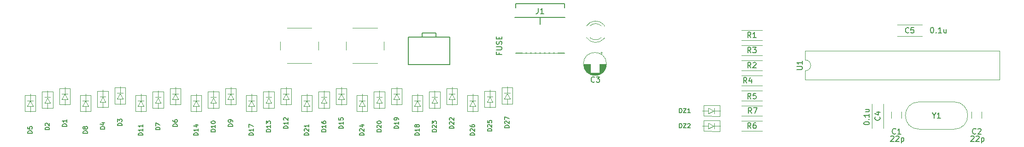
<source format=gto>
G04 #@! TF.GenerationSoftware,KiCad,Pcbnew,(5.1.5)-3*
G04 #@! TF.CreationDate,2020-10-14T15:49:48-05:00*
G04 #@! TF.ProjectId,masochist,6d61736f-6368-4697-9374-2e6b69636164,rev?*
G04 #@! TF.SameCoordinates,Original*
G04 #@! TF.FileFunction,Legend,Top*
G04 #@! TF.FilePolarity,Positive*
%FSLAX46Y46*%
G04 Gerber Fmt 4.6, Leading zero omitted, Abs format (unit mm)*
G04 Created by KiCad (PCBNEW (5.1.5)-3) date 2020-10-14 15:49:48*
%MOMM*%
%LPD*%
G04 APERTURE LIST*
%ADD10C,0.120000*%
%ADD11C,0.200000*%
%ADD12C,0.203200*%
%ADD13C,0.150000*%
%ADD14C,4.502000*%
%ADD15C,1.602000*%
%ADD16O,1.702000X1.702000*%
%ADD17R,1.702000X1.702000*%
%ADD18C,2.302000*%
%ADD19C,4.102000*%
%ADD20C,1.802000*%
%ADD21C,4.089800*%
%ADD22C,1.852000*%
%ADD23C,3.150000*%
%ADD24C,2.102000*%
%ADD25C,1.502000*%
%ADD26O,1.502000X1.502000*%
%ADD27C,1.902000*%
%ADD28R,1.902000X1.902000*%
%ADD29R,1.802000X1.802000*%
%ADD30O,0.752000X1.102000*%
%ADD31O,1.002000X2.502000*%
%ADD32O,1.002000X1.802000*%
%ADD33C,1.702000*%
%ADD34R,1.302000X1.302000*%
%ADD35C,1.302000*%
G04 APERTURE END LIST*
D10*
X233174000Y-47386000D02*
X239574000Y-47386000D01*
X233174000Y-52436000D02*
X239574000Y-52436000D01*
X233174000Y-52436000D02*
G75*
G02X233174000Y-47386000I0J2525000D01*
G01*
X239574000Y-52436000D02*
G75*
G03X239574000Y-47386000I0J2525000D01*
G01*
X212252250Y-37990000D02*
X212252250Y-39640000D01*
X247932250Y-37990000D02*
X212252250Y-37990000D01*
X247932250Y-43290000D02*
X247932250Y-37990000D01*
X212252250Y-43290000D02*
X247932250Y-43290000D01*
X212252250Y-41640000D02*
X212252250Y-43290000D01*
X212252250Y-39640000D02*
G75*
G02X212252250Y-41640000I0J-1000000D01*
G01*
X127870000Y-36243000D02*
X127870000Y-37743000D01*
X129120000Y-40243000D02*
X133620000Y-40243000D01*
X134870000Y-37743000D02*
X134870000Y-36243000D01*
X133620000Y-33743000D02*
X129120000Y-33743000D01*
X115805000Y-36243000D02*
X115805000Y-37743000D01*
X117055000Y-40243000D02*
X121555000Y-40243000D01*
X122805000Y-37743000D02*
X122805000Y-36243000D01*
X121555000Y-33743000D02*
X117055000Y-33743000D01*
X204358000Y-49942000D02*
X200518000Y-49942000D01*
X204358000Y-48102000D02*
X200518000Y-48102000D01*
X204358000Y-50896000D02*
X200518000Y-50896000D01*
X204358000Y-52736000D02*
X200518000Y-52736000D01*
X200518000Y-47148000D02*
X204358000Y-47148000D01*
X200518000Y-45308000D02*
X204358000Y-45308000D01*
X200518000Y-44354000D02*
X204358000Y-44354000D01*
X200518000Y-42514000D02*
X204358000Y-42514000D01*
X204358000Y-36926000D02*
X200518000Y-36926000D01*
X204358000Y-38766000D02*
X200518000Y-38766000D01*
X204358000Y-39720000D02*
X200518000Y-39720000D01*
X204358000Y-41560000D02*
X200518000Y-41560000D01*
X200518000Y-35972000D02*
X204358000Y-35972000D01*
X200518000Y-34132000D02*
X204358000Y-34132000D01*
X175296000Y-33337000D02*
X175296000Y-33181000D01*
X175296000Y-35653000D02*
X175296000Y-35497000D01*
X172694870Y-33337163D02*
G75*
G02X174776961Y-33337000I1041130J-1079837D01*
G01*
X172694870Y-35496837D02*
G75*
G03X174776961Y-35497000I1041130J1079837D01*
G01*
X172063665Y-33338392D02*
G75*
G02X175296000Y-33181484I1672335J-1078608D01*
G01*
X172063665Y-35495608D02*
G75*
G03X175296000Y-35652516I1672335J1078608D01*
G01*
D11*
X144379000Y-35423000D02*
X144379000Y-34623000D01*
X144379000Y-34623000D02*
X141829000Y-34623000D01*
X141829000Y-34623000D02*
X141829000Y-35423000D01*
D12*
X139319000Y-35433000D02*
X146939000Y-35433000D01*
X146939000Y-40513000D02*
X139319000Y-40513000D01*
X139319000Y-40513000D02*
X139319000Y-35433000D01*
X146939000Y-35433000D02*
X146939000Y-40513000D01*
D13*
X168137500Y-31750000D02*
X158887500Y-31750000D01*
X167987500Y-38410000D02*
X159037500Y-38410000D01*
X159032500Y-30000000D02*
X159037500Y-29240000D01*
X167987500Y-29240000D02*
X159037500Y-29240000D01*
X167987500Y-29240000D02*
X167992500Y-30000000D01*
X163512500Y-31750000D02*
X163512500Y-33020000D01*
D10*
X196542000Y-50816000D02*
X193572000Y-50816000D01*
X196552000Y-52816000D02*
X193562000Y-52806000D01*
X193562000Y-50816000D02*
X193562000Y-52806000D01*
X193352000Y-51826000D02*
X194472000Y-51826000D01*
X196812000Y-51826000D02*
X195532000Y-51826000D01*
X196552000Y-50816000D02*
X196552000Y-52816000D01*
X195422000Y-51826000D02*
X194472000Y-52366000D01*
X195412000Y-51816000D02*
X194502000Y-51286000D01*
X194472000Y-51286000D02*
X194472000Y-52366000D01*
X195522000Y-51286000D02*
X195522000Y-52366000D01*
X196542000Y-48022000D02*
X193572000Y-48022000D01*
X196552000Y-50022000D02*
X193562000Y-50012000D01*
X193562000Y-48022000D02*
X193562000Y-50012000D01*
X193352000Y-49032000D02*
X194472000Y-49032000D01*
X196812000Y-49032000D02*
X195532000Y-49032000D01*
X196552000Y-48022000D02*
X196552000Y-50022000D01*
X195422000Y-49032000D02*
X194472000Y-49572000D01*
X195412000Y-49022000D02*
X194502000Y-48492000D01*
X194472000Y-48492000D02*
X194472000Y-49572000D01*
X195522000Y-48492000D02*
X195522000Y-49572000D01*
X156480000Y-44758000D02*
X156480000Y-47728000D01*
X158480000Y-44748000D02*
X158470000Y-47738000D01*
X156480000Y-47738000D02*
X158470000Y-47738000D01*
X157490000Y-47948000D02*
X157490000Y-46828000D01*
X157490000Y-44488000D02*
X157490000Y-45768000D01*
X156480000Y-44748000D02*
X158480000Y-44748000D01*
X157490000Y-45878000D02*
X158030000Y-46828000D01*
X157480000Y-45888000D02*
X156950000Y-46798000D01*
X156950000Y-46828000D02*
X158030000Y-46828000D01*
X156950000Y-45778000D02*
X158030000Y-45778000D01*
X150130000Y-46155000D02*
X150130000Y-49125000D01*
X152130000Y-46145000D02*
X152120000Y-49135000D01*
X150130000Y-49135000D02*
X152120000Y-49135000D01*
X151140000Y-49345000D02*
X151140000Y-48225000D01*
X151140000Y-45885000D02*
X151140000Y-47165000D01*
X150130000Y-46145000D02*
X152130000Y-46145000D01*
X151140000Y-47275000D02*
X151680000Y-48225000D01*
X151130000Y-47285000D02*
X150600000Y-48195000D01*
X150600000Y-48225000D02*
X151680000Y-48225000D01*
X150600000Y-47175000D02*
X151680000Y-47175000D01*
X153305000Y-45393000D02*
X153305000Y-48363000D01*
X155305000Y-45383000D02*
X155295000Y-48373000D01*
X153305000Y-48373000D02*
X155295000Y-48373000D01*
X154315000Y-48583000D02*
X154315000Y-47463000D01*
X154315000Y-45123000D02*
X154315000Y-46403000D01*
X153305000Y-45383000D02*
X155305000Y-45383000D01*
X154315000Y-46513000D02*
X154855000Y-47463000D01*
X154305000Y-46523000D02*
X153775000Y-47433000D01*
X153775000Y-47463000D02*
X154855000Y-47463000D01*
X153775000Y-46413000D02*
X154855000Y-46413000D01*
X129810000Y-46155000D02*
X129810000Y-49125000D01*
X131810000Y-46145000D02*
X131800000Y-49135000D01*
X129810000Y-49135000D02*
X131800000Y-49135000D01*
X130820000Y-49345000D02*
X130820000Y-48225000D01*
X130820000Y-45885000D02*
X130820000Y-47165000D01*
X129810000Y-46145000D02*
X131810000Y-46145000D01*
X130820000Y-47275000D02*
X131360000Y-48225000D01*
X130810000Y-47285000D02*
X130280000Y-48195000D01*
X130280000Y-48225000D02*
X131360000Y-48225000D01*
X130280000Y-47175000D02*
X131360000Y-47175000D01*
X143145000Y-45520000D02*
X143145000Y-48490000D01*
X145145000Y-45510000D02*
X145135000Y-48500000D01*
X143145000Y-48500000D02*
X145135000Y-48500000D01*
X144155000Y-48710000D02*
X144155000Y-47590000D01*
X144155000Y-45250000D02*
X144155000Y-46530000D01*
X143145000Y-45510000D02*
X145145000Y-45510000D01*
X144155000Y-46640000D02*
X144695000Y-47590000D01*
X144145000Y-46650000D02*
X143615000Y-47560000D01*
X143615000Y-47590000D02*
X144695000Y-47590000D01*
X143615000Y-46540000D02*
X144695000Y-46540000D01*
X146320000Y-44885000D02*
X146320000Y-47855000D01*
X148320000Y-44875000D02*
X148310000Y-47865000D01*
X146320000Y-47865000D02*
X148310000Y-47865000D01*
X147330000Y-48075000D02*
X147330000Y-46955000D01*
X147330000Y-44615000D02*
X147330000Y-45895000D01*
X146320000Y-44875000D02*
X148320000Y-44875000D01*
X147330000Y-46005000D02*
X147870000Y-46955000D01*
X147320000Y-46015000D02*
X146790000Y-46925000D01*
X146790000Y-46955000D02*
X147870000Y-46955000D01*
X146790000Y-45905000D02*
X147870000Y-45905000D01*
X119650000Y-46155000D02*
X119650000Y-49125000D01*
X121650000Y-46145000D02*
X121640000Y-49135000D01*
X119650000Y-49135000D02*
X121640000Y-49135000D01*
X120660000Y-49345000D02*
X120660000Y-48225000D01*
X120660000Y-45885000D02*
X120660000Y-47165000D01*
X119650000Y-46145000D02*
X121650000Y-46145000D01*
X120660000Y-47275000D02*
X121200000Y-48225000D01*
X120650000Y-47285000D02*
X120120000Y-48195000D01*
X120120000Y-48225000D02*
X121200000Y-48225000D01*
X120120000Y-47175000D02*
X121200000Y-47175000D01*
X132985000Y-45520000D02*
X132985000Y-48490000D01*
X134985000Y-45510000D02*
X134975000Y-48500000D01*
X132985000Y-48500000D02*
X134975000Y-48500000D01*
X133995000Y-48710000D02*
X133995000Y-47590000D01*
X133995000Y-45250000D02*
X133995000Y-46530000D01*
X132985000Y-45510000D02*
X134985000Y-45510000D01*
X133995000Y-46640000D02*
X134535000Y-47590000D01*
X133985000Y-46650000D02*
X133455000Y-47560000D01*
X133455000Y-47590000D02*
X134535000Y-47590000D01*
X133455000Y-46540000D02*
X134535000Y-46540000D01*
X136160000Y-44885000D02*
X136160000Y-47855000D01*
X138160000Y-44875000D02*
X138150000Y-47865000D01*
X136160000Y-47865000D02*
X138150000Y-47865000D01*
X137170000Y-48075000D02*
X137170000Y-46955000D01*
X137170000Y-44615000D02*
X137170000Y-45895000D01*
X136160000Y-44875000D02*
X138160000Y-44875000D01*
X137170000Y-46005000D02*
X137710000Y-46955000D01*
X137160000Y-46015000D02*
X136630000Y-46925000D01*
X136630000Y-46955000D02*
X137710000Y-46955000D01*
X136630000Y-45905000D02*
X137710000Y-45905000D01*
X139970000Y-46155000D02*
X139970000Y-49125000D01*
X141970000Y-46145000D02*
X141960000Y-49135000D01*
X139970000Y-49135000D02*
X141960000Y-49135000D01*
X140980000Y-49345000D02*
X140980000Y-48225000D01*
X140980000Y-45885000D02*
X140980000Y-47165000D01*
X139970000Y-46145000D02*
X141970000Y-46145000D01*
X140980000Y-47275000D02*
X141520000Y-48225000D01*
X140970000Y-47285000D02*
X140440000Y-48195000D01*
X140440000Y-48225000D02*
X141520000Y-48225000D01*
X140440000Y-47175000D02*
X141520000Y-47175000D01*
X109490000Y-46155000D02*
X109490000Y-49125000D01*
X111490000Y-46145000D02*
X111480000Y-49135000D01*
X109490000Y-49135000D02*
X111480000Y-49135000D01*
X110500000Y-49345000D02*
X110500000Y-48225000D01*
X110500000Y-45885000D02*
X110500000Y-47165000D01*
X109490000Y-46145000D02*
X111490000Y-46145000D01*
X110500000Y-47275000D02*
X111040000Y-48225000D01*
X110490000Y-47285000D02*
X109960000Y-48195000D01*
X109960000Y-48225000D02*
X111040000Y-48225000D01*
X109960000Y-47175000D02*
X111040000Y-47175000D01*
X122825000Y-45520000D02*
X122825000Y-48490000D01*
X124825000Y-45510000D02*
X124815000Y-48500000D01*
X122825000Y-48500000D02*
X124815000Y-48500000D01*
X123835000Y-48710000D02*
X123835000Y-47590000D01*
X123835000Y-45250000D02*
X123835000Y-46530000D01*
X122825000Y-45510000D02*
X124825000Y-45510000D01*
X123835000Y-46640000D02*
X124375000Y-47590000D01*
X123825000Y-46650000D02*
X123295000Y-47560000D01*
X123295000Y-47590000D02*
X124375000Y-47590000D01*
X123295000Y-46540000D02*
X124375000Y-46540000D01*
X126000000Y-44885000D02*
X126000000Y-47855000D01*
X128000000Y-44875000D02*
X127990000Y-47865000D01*
X126000000Y-47865000D02*
X127990000Y-47865000D01*
X127010000Y-48075000D02*
X127010000Y-46955000D01*
X127010000Y-44615000D02*
X127010000Y-45895000D01*
X126000000Y-44875000D02*
X128000000Y-44875000D01*
X127010000Y-46005000D02*
X127550000Y-46955000D01*
X127000000Y-46015000D02*
X126470000Y-46925000D01*
X126470000Y-46955000D02*
X127550000Y-46955000D01*
X126470000Y-45905000D02*
X127550000Y-45905000D01*
X99330000Y-46155000D02*
X99330000Y-49125000D01*
X101330000Y-46145000D02*
X101320000Y-49135000D01*
X99330000Y-49135000D02*
X101320000Y-49135000D01*
X100340000Y-49345000D02*
X100340000Y-48225000D01*
X100340000Y-45885000D02*
X100340000Y-47165000D01*
X99330000Y-46145000D02*
X101330000Y-46145000D01*
X100340000Y-47275000D02*
X100880000Y-48225000D01*
X100330000Y-47285000D02*
X99800000Y-48195000D01*
X99800000Y-48225000D02*
X100880000Y-48225000D01*
X99800000Y-47175000D02*
X100880000Y-47175000D01*
X112665000Y-45520000D02*
X112665000Y-48490000D01*
X114665000Y-45510000D02*
X114655000Y-48500000D01*
X112665000Y-48500000D02*
X114655000Y-48500000D01*
X113675000Y-48710000D02*
X113675000Y-47590000D01*
X113675000Y-45250000D02*
X113675000Y-46530000D01*
X112665000Y-45510000D02*
X114665000Y-45510000D01*
X113675000Y-46640000D02*
X114215000Y-47590000D01*
X113665000Y-46650000D02*
X113135000Y-47560000D01*
X113135000Y-47590000D02*
X114215000Y-47590000D01*
X113135000Y-46540000D02*
X114215000Y-46540000D01*
X115840000Y-44885000D02*
X115840000Y-47855000D01*
X117840000Y-44875000D02*
X117830000Y-47865000D01*
X115840000Y-47865000D02*
X117830000Y-47865000D01*
X116850000Y-48075000D02*
X116850000Y-46955000D01*
X116850000Y-44615000D02*
X116850000Y-45895000D01*
X115840000Y-44875000D02*
X117840000Y-44875000D01*
X116850000Y-46005000D02*
X117390000Y-46955000D01*
X116840000Y-46015000D02*
X116310000Y-46925000D01*
X116310000Y-46955000D02*
X117390000Y-46955000D01*
X116310000Y-45905000D02*
X117390000Y-45905000D01*
X89640000Y-47175000D02*
X90720000Y-47175000D01*
X89640000Y-48225000D02*
X90720000Y-48225000D01*
X90170000Y-47285000D02*
X89640000Y-48195000D01*
X90180000Y-47275000D02*
X90720000Y-48225000D01*
X89170000Y-46145000D02*
X91170000Y-46145000D01*
X90180000Y-45885000D02*
X90180000Y-47165000D01*
X90180000Y-49345000D02*
X90180000Y-48225000D01*
X89170000Y-49135000D02*
X91160000Y-49135000D01*
X91170000Y-46145000D02*
X91160000Y-49135000D01*
X89170000Y-46155000D02*
X89170000Y-49125000D01*
X102505000Y-45520000D02*
X102505000Y-48490000D01*
X104505000Y-45510000D02*
X104495000Y-48500000D01*
X102505000Y-48500000D02*
X104495000Y-48500000D01*
X103515000Y-48710000D02*
X103515000Y-47590000D01*
X103515000Y-45250000D02*
X103515000Y-46530000D01*
X102505000Y-45510000D02*
X104505000Y-45510000D01*
X103515000Y-46640000D02*
X104055000Y-47590000D01*
X103505000Y-46650000D02*
X102975000Y-47560000D01*
X102975000Y-47590000D02*
X104055000Y-47590000D01*
X102975000Y-46540000D02*
X104055000Y-46540000D01*
X105680000Y-44885000D02*
X105680000Y-47855000D01*
X107680000Y-44875000D02*
X107670000Y-47865000D01*
X105680000Y-47865000D02*
X107670000Y-47865000D01*
X106690000Y-48075000D02*
X106690000Y-46955000D01*
X106690000Y-44615000D02*
X106690000Y-45895000D01*
X105680000Y-44875000D02*
X107680000Y-44875000D01*
X106690000Y-46005000D02*
X107230000Y-46955000D01*
X106680000Y-46015000D02*
X106150000Y-46925000D01*
X106150000Y-46955000D02*
X107230000Y-46955000D01*
X106150000Y-45905000D02*
X107230000Y-45905000D01*
X79010000Y-46155000D02*
X79010000Y-49125000D01*
X81010000Y-46145000D02*
X81000000Y-49135000D01*
X79010000Y-49135000D02*
X81000000Y-49135000D01*
X80020000Y-49345000D02*
X80020000Y-48225000D01*
X80020000Y-45885000D02*
X80020000Y-47165000D01*
X79010000Y-46145000D02*
X81010000Y-46145000D01*
X80020000Y-47275000D02*
X80560000Y-48225000D01*
X80010000Y-47285000D02*
X79480000Y-48195000D01*
X79480000Y-48225000D02*
X80560000Y-48225000D01*
X79480000Y-47175000D02*
X80560000Y-47175000D01*
X92815000Y-46540000D02*
X93895000Y-46540000D01*
X92815000Y-47590000D02*
X93895000Y-47590000D01*
X93345000Y-46650000D02*
X92815000Y-47560000D01*
X93355000Y-46640000D02*
X93895000Y-47590000D01*
X92345000Y-45510000D02*
X94345000Y-45510000D01*
X93355000Y-45250000D02*
X93355000Y-46530000D01*
X93355000Y-48710000D02*
X93355000Y-47590000D01*
X92345000Y-48500000D02*
X94335000Y-48500000D01*
X94345000Y-45510000D02*
X94335000Y-48500000D01*
X92345000Y-45520000D02*
X92345000Y-48490000D01*
X95990000Y-45905000D02*
X97070000Y-45905000D01*
X95990000Y-46955000D02*
X97070000Y-46955000D01*
X96520000Y-46015000D02*
X95990000Y-46925000D01*
X96530000Y-46005000D02*
X97070000Y-46955000D01*
X95520000Y-44875000D02*
X97520000Y-44875000D01*
X96530000Y-44615000D02*
X96530000Y-45895000D01*
X96530000Y-48075000D02*
X96530000Y-46955000D01*
X95520000Y-47865000D02*
X97510000Y-47865000D01*
X97520000Y-44875000D02*
X97510000Y-47865000D01*
X95520000Y-44885000D02*
X95520000Y-47855000D01*
X68850000Y-46155000D02*
X68850000Y-49125000D01*
X70850000Y-46145000D02*
X70840000Y-49135000D01*
X68850000Y-49135000D02*
X70840000Y-49135000D01*
X69860000Y-49345000D02*
X69860000Y-48225000D01*
X69860000Y-45885000D02*
X69860000Y-47165000D01*
X68850000Y-46145000D02*
X70850000Y-46145000D01*
X69860000Y-47275000D02*
X70400000Y-48225000D01*
X69850000Y-47285000D02*
X69320000Y-48195000D01*
X69320000Y-48225000D02*
X70400000Y-48225000D01*
X69320000Y-47175000D02*
X70400000Y-47175000D01*
X82185000Y-45393000D02*
X82185000Y-48363000D01*
X84185000Y-45383000D02*
X84175000Y-48373000D01*
X82185000Y-48373000D02*
X84175000Y-48373000D01*
X83195000Y-48583000D02*
X83195000Y-47463000D01*
X83195000Y-45123000D02*
X83195000Y-46403000D01*
X82185000Y-45383000D02*
X84185000Y-45383000D01*
X83195000Y-46513000D02*
X83735000Y-47463000D01*
X83185000Y-46523000D02*
X82655000Y-47433000D01*
X82655000Y-47463000D02*
X83735000Y-47463000D01*
X82655000Y-46413000D02*
X83735000Y-46413000D01*
X85360000Y-44758000D02*
X85360000Y-47728000D01*
X87360000Y-44748000D02*
X87350000Y-47738000D01*
X85360000Y-47738000D02*
X87350000Y-47738000D01*
X86370000Y-47948000D02*
X86370000Y-46828000D01*
X86370000Y-44488000D02*
X86370000Y-45768000D01*
X85360000Y-44748000D02*
X87360000Y-44748000D01*
X86370000Y-45878000D02*
X86910000Y-46828000D01*
X86360000Y-45888000D02*
X85830000Y-46798000D01*
X85830000Y-46828000D02*
X86910000Y-46828000D01*
X85830000Y-45778000D02*
X86910000Y-45778000D01*
X72025000Y-45520000D02*
X72025000Y-48490000D01*
X74025000Y-45510000D02*
X74015000Y-48500000D01*
X72025000Y-48500000D02*
X74015000Y-48500000D01*
X73035000Y-48710000D02*
X73035000Y-47590000D01*
X73035000Y-45250000D02*
X73035000Y-46530000D01*
X72025000Y-45510000D02*
X74025000Y-45510000D01*
X73035000Y-46640000D02*
X73575000Y-47590000D01*
X73025000Y-46650000D02*
X72495000Y-47560000D01*
X72495000Y-47590000D02*
X73575000Y-47590000D01*
X72495000Y-46540000D02*
X73575000Y-46540000D01*
X75200000Y-44885000D02*
X75200000Y-47855000D01*
X77200000Y-44875000D02*
X77190000Y-47865000D01*
X75200000Y-47865000D02*
X77190000Y-47865000D01*
X76210000Y-48075000D02*
X76210000Y-46955000D01*
X76210000Y-44615000D02*
X76210000Y-45895000D01*
X75200000Y-44875000D02*
X77200000Y-44875000D01*
X76210000Y-46005000D02*
X76750000Y-46955000D01*
X76200000Y-46015000D02*
X75670000Y-46925000D01*
X75670000Y-46955000D02*
X76750000Y-46955000D01*
X75670000Y-45905000D02*
X76750000Y-45905000D01*
X229164000Y-33108000D02*
X229164000Y-33093000D01*
X229164000Y-35233000D02*
X229164000Y-35218000D01*
X233704000Y-33108000D02*
X233704000Y-33093000D01*
X233704000Y-35233000D02*
X233704000Y-35218000D01*
X233704000Y-33093000D02*
X229164000Y-33093000D01*
X233704000Y-35233000D02*
X229164000Y-35233000D01*
X224497000Y-52268000D02*
X224482000Y-52268000D01*
X226622000Y-52268000D02*
X226607000Y-52268000D01*
X224497000Y-47728000D02*
X224482000Y-47728000D01*
X226622000Y-47728000D02*
X226607000Y-47728000D01*
X224482000Y-47728000D02*
X224482000Y-52268000D01*
X226622000Y-47728000D02*
X226622000Y-52268000D01*
X175729000Y-40374000D02*
G75*
G03X175729000Y-40374000I-2120000J0D01*
G01*
X172769000Y-40374000D02*
X171529000Y-40374000D01*
X175689000Y-40374000D02*
X174449000Y-40374000D01*
X172769000Y-40414000D02*
X171529000Y-40414000D01*
X175689000Y-40414000D02*
X174449000Y-40414000D01*
X172769000Y-40454000D02*
X171530000Y-40454000D01*
X175688000Y-40454000D02*
X174449000Y-40454000D01*
X175686000Y-40494000D02*
X174449000Y-40494000D01*
X172769000Y-40494000D02*
X171532000Y-40494000D01*
X175683000Y-40534000D02*
X174449000Y-40534000D01*
X172769000Y-40534000D02*
X171535000Y-40534000D01*
X175680000Y-40574000D02*
X174449000Y-40574000D01*
X172769000Y-40574000D02*
X171538000Y-40574000D01*
X175676000Y-40614000D02*
X174449000Y-40614000D01*
X172769000Y-40614000D02*
X171542000Y-40614000D01*
X175671000Y-40654000D02*
X174449000Y-40654000D01*
X172769000Y-40654000D02*
X171547000Y-40654000D01*
X175665000Y-40694000D02*
X174449000Y-40694000D01*
X172769000Y-40694000D02*
X171553000Y-40694000D01*
X175659000Y-40734000D02*
X174449000Y-40734000D01*
X172769000Y-40734000D02*
X171559000Y-40734000D01*
X175651000Y-40774000D02*
X174449000Y-40774000D01*
X172769000Y-40774000D02*
X171567000Y-40774000D01*
X175643000Y-40814000D02*
X174449000Y-40814000D01*
X172769000Y-40814000D02*
X171575000Y-40814000D01*
X175634000Y-40854000D02*
X174449000Y-40854000D01*
X172769000Y-40854000D02*
X171584000Y-40854000D01*
X175625000Y-40894000D02*
X174449000Y-40894000D01*
X172769000Y-40894000D02*
X171593000Y-40894000D01*
X175614000Y-40934000D02*
X174449000Y-40934000D01*
X172769000Y-40934000D02*
X171604000Y-40934000D01*
X175603000Y-40974000D02*
X174449000Y-40974000D01*
X172769000Y-40974000D02*
X171615000Y-40974000D01*
X175591000Y-41014000D02*
X174449000Y-41014000D01*
X172769000Y-41014000D02*
X171627000Y-41014000D01*
X175577000Y-41054000D02*
X174449000Y-41054000D01*
X172769000Y-41054000D02*
X171641000Y-41054000D01*
X175563000Y-41095000D02*
X174449000Y-41095000D01*
X172769000Y-41095000D02*
X171655000Y-41095000D01*
X175549000Y-41135000D02*
X174449000Y-41135000D01*
X172769000Y-41135000D02*
X171669000Y-41135000D01*
X175533000Y-41175000D02*
X174449000Y-41175000D01*
X172769000Y-41175000D02*
X171685000Y-41175000D01*
X175516000Y-41215000D02*
X174449000Y-41215000D01*
X172769000Y-41215000D02*
X171702000Y-41215000D01*
X175498000Y-41255000D02*
X174449000Y-41255000D01*
X172769000Y-41255000D02*
X171720000Y-41255000D01*
X175479000Y-41295000D02*
X174449000Y-41295000D01*
X172769000Y-41295000D02*
X171739000Y-41295000D01*
X175460000Y-41335000D02*
X174449000Y-41335000D01*
X172769000Y-41335000D02*
X171758000Y-41335000D01*
X175439000Y-41375000D02*
X174449000Y-41375000D01*
X172769000Y-41375000D02*
X171779000Y-41375000D01*
X175417000Y-41415000D02*
X174449000Y-41415000D01*
X172769000Y-41415000D02*
X171801000Y-41415000D01*
X175394000Y-41455000D02*
X174449000Y-41455000D01*
X172769000Y-41455000D02*
X171824000Y-41455000D01*
X175369000Y-41495000D02*
X174449000Y-41495000D01*
X172769000Y-41495000D02*
X171849000Y-41495000D01*
X175344000Y-41535000D02*
X174449000Y-41535000D01*
X172769000Y-41535000D02*
X171874000Y-41535000D01*
X175317000Y-41575000D02*
X174449000Y-41575000D01*
X172769000Y-41575000D02*
X171901000Y-41575000D01*
X175289000Y-41615000D02*
X174449000Y-41615000D01*
X172769000Y-41615000D02*
X171929000Y-41615000D01*
X175259000Y-41655000D02*
X174449000Y-41655000D01*
X172769000Y-41655000D02*
X171959000Y-41655000D01*
X175228000Y-41695000D02*
X174449000Y-41695000D01*
X172769000Y-41695000D02*
X171990000Y-41695000D01*
X175196000Y-41735000D02*
X174449000Y-41735000D01*
X172769000Y-41735000D02*
X172022000Y-41735000D01*
X175161000Y-41775000D02*
X174449000Y-41775000D01*
X172769000Y-41775000D02*
X172057000Y-41775000D01*
X175125000Y-41815000D02*
X174449000Y-41815000D01*
X172769000Y-41815000D02*
X172093000Y-41815000D01*
X175087000Y-41855000D02*
X174449000Y-41855000D01*
X172769000Y-41855000D02*
X172131000Y-41855000D01*
X175047000Y-41895000D02*
X174449000Y-41895000D01*
X172769000Y-41895000D02*
X172171000Y-41895000D01*
X175005000Y-41935000D02*
X174449000Y-41935000D01*
X172769000Y-41935000D02*
X172213000Y-41935000D01*
X174960000Y-41975000D02*
X172258000Y-41975000D01*
X174913000Y-42015000D02*
X172305000Y-42015000D01*
X174863000Y-42055000D02*
X172355000Y-42055000D01*
X174809000Y-42095000D02*
X172409000Y-42095000D01*
X174751000Y-42135000D02*
X172467000Y-42135000D01*
X174689000Y-42175000D02*
X172529000Y-42175000D01*
X174622000Y-42215000D02*
X172596000Y-42215000D01*
X174549000Y-42255000D02*
X172669000Y-42255000D01*
X174468000Y-42295000D02*
X172750000Y-42295000D01*
X174377000Y-42335000D02*
X172841000Y-42335000D01*
X174273000Y-42375000D02*
X172945000Y-42375000D01*
X174146000Y-42415000D02*
X173072000Y-42415000D01*
X173979000Y-42455000D02*
X173239000Y-42455000D01*
X174804000Y-38104199D02*
X174804000Y-38504199D01*
X175004000Y-38304199D02*
X174604000Y-38304199D01*
X244633000Y-50433000D02*
X244633000Y-49175000D01*
X242793000Y-50433000D02*
X242793000Y-49175000D01*
X229901000Y-50433000D02*
X229901000Y-49175000D01*
X228061000Y-50433000D02*
X228061000Y-49175000D01*
D13*
X235897809Y-49906126D02*
X235897809Y-50382316D01*
X235564476Y-49382316D02*
X235897809Y-49906126D01*
X236231142Y-49382316D01*
X237088285Y-50382316D02*
X236516857Y-50382316D01*
X236802571Y-50382316D02*
X236802571Y-49382316D01*
X236707333Y-49525174D01*
X236612095Y-49620412D01*
X236516857Y-49668031D01*
X210704630Y-41401904D02*
X211514154Y-41401904D01*
X211609392Y-41354285D01*
X211657011Y-41306666D01*
X211704630Y-41211428D01*
X211704630Y-41020952D01*
X211657011Y-40925714D01*
X211609392Y-40878095D01*
X211514154Y-40830476D01*
X210704630Y-40830476D01*
X211704630Y-39830476D02*
X211704630Y-40401904D01*
X211704630Y-40116190D02*
X210704630Y-40116190D01*
X210847488Y-40211428D01*
X210942726Y-40306666D01*
X210990345Y-40401904D01*
X202398333Y-49474380D02*
X202065000Y-48998190D01*
X201826904Y-49474380D02*
X201826904Y-48474380D01*
X202207857Y-48474380D01*
X202303095Y-48522000D01*
X202350714Y-48569619D01*
X202398333Y-48664857D01*
X202398333Y-48807714D01*
X202350714Y-48902952D01*
X202303095Y-48950571D01*
X202207857Y-48998190D01*
X201826904Y-48998190D01*
X202731666Y-48474380D02*
X203398333Y-48474380D01*
X202969761Y-49474380D01*
X202271333Y-52268380D02*
X201938000Y-51792190D01*
X201699904Y-52268380D02*
X201699904Y-51268380D01*
X202080857Y-51268380D01*
X202176095Y-51316000D01*
X202223714Y-51363619D01*
X202271333Y-51458857D01*
X202271333Y-51601714D01*
X202223714Y-51696952D01*
X202176095Y-51744571D01*
X202080857Y-51792190D01*
X201699904Y-51792190D01*
X203128476Y-51268380D02*
X202938000Y-51268380D01*
X202842761Y-51316000D01*
X202795142Y-51363619D01*
X202699904Y-51506476D01*
X202652285Y-51696952D01*
X202652285Y-52077904D01*
X202699904Y-52173142D01*
X202747523Y-52220761D01*
X202842761Y-52268380D01*
X203033238Y-52268380D01*
X203128476Y-52220761D01*
X203176095Y-52173142D01*
X203223714Y-52077904D01*
X203223714Y-51839809D01*
X203176095Y-51744571D01*
X203128476Y-51696952D01*
X203033238Y-51649333D01*
X202842761Y-51649333D01*
X202747523Y-51696952D01*
X202699904Y-51744571D01*
X202652285Y-51839809D01*
X202271333Y-46807380D02*
X201938000Y-46331190D01*
X201699904Y-46807380D02*
X201699904Y-45807380D01*
X202080857Y-45807380D01*
X202176095Y-45855000D01*
X202223714Y-45902619D01*
X202271333Y-45997857D01*
X202271333Y-46140714D01*
X202223714Y-46235952D01*
X202176095Y-46283571D01*
X202080857Y-46331190D01*
X201699904Y-46331190D01*
X203176095Y-45807380D02*
X202699904Y-45807380D01*
X202652285Y-46283571D01*
X202699904Y-46235952D01*
X202795142Y-46188333D01*
X203033238Y-46188333D01*
X203128476Y-46235952D01*
X203176095Y-46283571D01*
X203223714Y-46378809D01*
X203223714Y-46616904D01*
X203176095Y-46712142D01*
X203128476Y-46759761D01*
X203033238Y-46807380D01*
X202795142Y-46807380D01*
X202699904Y-46759761D01*
X202652285Y-46712142D01*
X201509333Y-43886380D02*
X201176000Y-43410190D01*
X200937904Y-43886380D02*
X200937904Y-42886380D01*
X201318857Y-42886380D01*
X201414095Y-42934000D01*
X201461714Y-42981619D01*
X201509333Y-43076857D01*
X201509333Y-43219714D01*
X201461714Y-43314952D01*
X201414095Y-43362571D01*
X201318857Y-43410190D01*
X200937904Y-43410190D01*
X202366476Y-43219714D02*
X202366476Y-43886380D01*
X202128380Y-42838761D02*
X201890285Y-43553047D01*
X202509333Y-43553047D01*
X202271333Y-38298380D02*
X201938000Y-37822190D01*
X201699904Y-38298380D02*
X201699904Y-37298380D01*
X202080857Y-37298380D01*
X202176095Y-37346000D01*
X202223714Y-37393619D01*
X202271333Y-37488857D01*
X202271333Y-37631714D01*
X202223714Y-37726952D01*
X202176095Y-37774571D01*
X202080857Y-37822190D01*
X201699904Y-37822190D01*
X202604666Y-37298380D02*
X203223714Y-37298380D01*
X202890380Y-37679333D01*
X203033238Y-37679333D01*
X203128476Y-37726952D01*
X203176095Y-37774571D01*
X203223714Y-37869809D01*
X203223714Y-38107904D01*
X203176095Y-38203142D01*
X203128476Y-38250761D01*
X203033238Y-38298380D01*
X202747523Y-38298380D01*
X202652285Y-38250761D01*
X202604666Y-38203142D01*
X202271333Y-41092380D02*
X201938000Y-40616190D01*
X201699904Y-41092380D02*
X201699904Y-40092380D01*
X202080857Y-40092380D01*
X202176095Y-40140000D01*
X202223714Y-40187619D01*
X202271333Y-40282857D01*
X202271333Y-40425714D01*
X202223714Y-40520952D01*
X202176095Y-40568571D01*
X202080857Y-40616190D01*
X201699904Y-40616190D01*
X202652285Y-40187619D02*
X202699904Y-40140000D01*
X202795142Y-40092380D01*
X203033238Y-40092380D01*
X203128476Y-40140000D01*
X203176095Y-40187619D01*
X203223714Y-40282857D01*
X203223714Y-40378095D01*
X203176095Y-40520952D01*
X202604666Y-41092380D01*
X203223714Y-41092380D01*
X202271333Y-35504380D02*
X201938000Y-35028190D01*
X201699904Y-35504380D02*
X201699904Y-34504380D01*
X202080857Y-34504380D01*
X202176095Y-34552000D01*
X202223714Y-34599619D01*
X202271333Y-34694857D01*
X202271333Y-34837714D01*
X202223714Y-34932952D01*
X202176095Y-34980571D01*
X202080857Y-35028190D01*
X201699904Y-35028190D01*
X203223714Y-35504380D02*
X202652285Y-35504380D01*
X202938000Y-35504380D02*
X202938000Y-34504380D01*
X202842761Y-34647238D01*
X202747523Y-34742476D01*
X202652285Y-34790095D01*
X163196664Y-30065010D02*
X163196664Y-30779296D01*
X163149045Y-30922153D01*
X163053807Y-31017391D01*
X162910950Y-31065010D01*
X162815712Y-31065010D01*
X164196664Y-31065010D02*
X163625236Y-31065010D01*
X163910950Y-31065010D02*
X163910950Y-30065010D01*
X163815712Y-30207868D01*
X163720474Y-30303106D01*
X163625236Y-30350725D01*
X155981571Y-38286523D02*
X155981571Y-38619857D01*
X156505380Y-38619857D02*
X155505380Y-38619857D01*
X155505380Y-38143666D01*
X155505380Y-37762714D02*
X156314904Y-37762714D01*
X156410142Y-37715095D01*
X156457761Y-37667476D01*
X156505380Y-37572238D01*
X156505380Y-37381761D01*
X156457761Y-37286523D01*
X156410142Y-37238904D01*
X156314904Y-37191285D01*
X155505380Y-37191285D01*
X156457761Y-36762714D02*
X156505380Y-36619857D01*
X156505380Y-36381761D01*
X156457761Y-36286523D01*
X156410142Y-36238904D01*
X156314904Y-36191285D01*
X156219666Y-36191285D01*
X156124428Y-36238904D01*
X156076809Y-36286523D01*
X156029190Y-36381761D01*
X155981571Y-36572238D01*
X155933952Y-36667476D01*
X155886333Y-36715095D01*
X155791095Y-36762714D01*
X155695857Y-36762714D01*
X155600619Y-36715095D01*
X155553000Y-36667476D01*
X155505380Y-36572238D01*
X155505380Y-36334142D01*
X155553000Y-36191285D01*
X155981571Y-35762714D02*
X155981571Y-35429380D01*
X156505380Y-35286523D02*
X156505380Y-35762714D01*
X155505380Y-35762714D01*
X155505380Y-35286523D01*
X189140571Y-52177904D02*
X189140571Y-51377904D01*
X189331047Y-51377904D01*
X189445333Y-51416000D01*
X189521523Y-51492190D01*
X189559619Y-51568380D01*
X189597714Y-51720761D01*
X189597714Y-51835047D01*
X189559619Y-51987428D01*
X189521523Y-52063619D01*
X189445333Y-52139809D01*
X189331047Y-52177904D01*
X189140571Y-52177904D01*
X189864380Y-51377904D02*
X190397714Y-51377904D01*
X189864380Y-52177904D01*
X190397714Y-52177904D01*
X190664380Y-51454095D02*
X190702476Y-51416000D01*
X190778666Y-51377904D01*
X190969142Y-51377904D01*
X191045333Y-51416000D01*
X191083428Y-51454095D01*
X191121523Y-51530285D01*
X191121523Y-51606476D01*
X191083428Y-51720761D01*
X190626285Y-52177904D01*
X191121523Y-52177904D01*
X189140571Y-49383904D02*
X189140571Y-48583904D01*
X189331047Y-48583904D01*
X189445333Y-48622000D01*
X189521523Y-48698190D01*
X189559619Y-48774380D01*
X189597714Y-48926761D01*
X189597714Y-49041047D01*
X189559619Y-49193428D01*
X189521523Y-49269619D01*
X189445333Y-49345809D01*
X189331047Y-49383904D01*
X189140571Y-49383904D01*
X189864380Y-48583904D02*
X190397714Y-48583904D01*
X189864380Y-49383904D01*
X190397714Y-49383904D01*
X191121523Y-49383904D02*
X190664380Y-49383904D01*
X190892952Y-49383904D02*
X190892952Y-48583904D01*
X190816761Y-48698190D01*
X190740571Y-48774380D01*
X190664380Y-48812476D01*
X157841904Y-52159428D02*
X157041904Y-52159428D01*
X157041904Y-51968952D01*
X157080000Y-51854666D01*
X157156190Y-51778476D01*
X157232380Y-51740380D01*
X157384761Y-51702285D01*
X157499047Y-51702285D01*
X157651428Y-51740380D01*
X157727619Y-51778476D01*
X157803809Y-51854666D01*
X157841904Y-51968952D01*
X157841904Y-52159428D01*
X157118095Y-51397523D02*
X157080000Y-51359428D01*
X157041904Y-51283238D01*
X157041904Y-51092761D01*
X157080000Y-51016571D01*
X157118095Y-50978476D01*
X157194285Y-50940380D01*
X157270476Y-50940380D01*
X157384761Y-50978476D01*
X157841904Y-51435619D01*
X157841904Y-50940380D01*
X157041904Y-50673714D02*
X157041904Y-50140380D01*
X157841904Y-50483238D01*
X151491904Y-53556428D02*
X150691904Y-53556428D01*
X150691904Y-53365952D01*
X150730000Y-53251666D01*
X150806190Y-53175476D01*
X150882380Y-53137380D01*
X151034761Y-53099285D01*
X151149047Y-53099285D01*
X151301428Y-53137380D01*
X151377619Y-53175476D01*
X151453809Y-53251666D01*
X151491904Y-53365952D01*
X151491904Y-53556428D01*
X150768095Y-52794523D02*
X150730000Y-52756428D01*
X150691904Y-52680238D01*
X150691904Y-52489761D01*
X150730000Y-52413571D01*
X150768095Y-52375476D01*
X150844285Y-52337380D01*
X150920476Y-52337380D01*
X151034761Y-52375476D01*
X151491904Y-52832619D01*
X151491904Y-52337380D01*
X150691904Y-51651666D02*
X150691904Y-51804047D01*
X150730000Y-51880238D01*
X150768095Y-51918333D01*
X150882380Y-51994523D01*
X151034761Y-52032619D01*
X151339523Y-52032619D01*
X151415714Y-51994523D01*
X151453809Y-51956428D01*
X151491904Y-51880238D01*
X151491904Y-51727857D01*
X151453809Y-51651666D01*
X151415714Y-51613571D01*
X151339523Y-51575476D01*
X151149047Y-51575476D01*
X151072857Y-51613571D01*
X151034761Y-51651666D01*
X150996666Y-51727857D01*
X150996666Y-51880238D01*
X151034761Y-51956428D01*
X151072857Y-51994523D01*
X151149047Y-52032619D01*
X154666904Y-52794428D02*
X153866904Y-52794428D01*
X153866904Y-52603952D01*
X153905000Y-52489666D01*
X153981190Y-52413476D01*
X154057380Y-52375380D01*
X154209761Y-52337285D01*
X154324047Y-52337285D01*
X154476428Y-52375380D01*
X154552619Y-52413476D01*
X154628809Y-52489666D01*
X154666904Y-52603952D01*
X154666904Y-52794428D01*
X153943095Y-52032523D02*
X153905000Y-51994428D01*
X153866904Y-51918238D01*
X153866904Y-51727761D01*
X153905000Y-51651571D01*
X153943095Y-51613476D01*
X154019285Y-51575380D01*
X154095476Y-51575380D01*
X154209761Y-51613476D01*
X154666904Y-52070619D01*
X154666904Y-51575380D01*
X153866904Y-50851571D02*
X153866904Y-51232523D01*
X154247857Y-51270619D01*
X154209761Y-51232523D01*
X154171666Y-51156333D01*
X154171666Y-50965857D01*
X154209761Y-50889666D01*
X154247857Y-50851571D01*
X154324047Y-50813476D01*
X154514523Y-50813476D01*
X154590714Y-50851571D01*
X154628809Y-50889666D01*
X154666904Y-50965857D01*
X154666904Y-51156333D01*
X154628809Y-51232523D01*
X154590714Y-51270619D01*
X131171904Y-53556428D02*
X130371904Y-53556428D01*
X130371904Y-53365952D01*
X130410000Y-53251666D01*
X130486190Y-53175476D01*
X130562380Y-53137380D01*
X130714761Y-53099285D01*
X130829047Y-53099285D01*
X130981428Y-53137380D01*
X131057619Y-53175476D01*
X131133809Y-53251666D01*
X131171904Y-53365952D01*
X131171904Y-53556428D01*
X130448095Y-52794523D02*
X130410000Y-52756428D01*
X130371904Y-52680238D01*
X130371904Y-52489761D01*
X130410000Y-52413571D01*
X130448095Y-52375476D01*
X130524285Y-52337380D01*
X130600476Y-52337380D01*
X130714761Y-52375476D01*
X131171904Y-52832619D01*
X131171904Y-52337380D01*
X130638571Y-51651666D02*
X131171904Y-51651666D01*
X130333809Y-51842142D02*
X130905238Y-52032619D01*
X130905238Y-51537380D01*
X144506904Y-52921428D02*
X143706904Y-52921428D01*
X143706904Y-52730952D01*
X143745000Y-52616666D01*
X143821190Y-52540476D01*
X143897380Y-52502380D01*
X144049761Y-52464285D01*
X144164047Y-52464285D01*
X144316428Y-52502380D01*
X144392619Y-52540476D01*
X144468809Y-52616666D01*
X144506904Y-52730952D01*
X144506904Y-52921428D01*
X143783095Y-52159523D02*
X143745000Y-52121428D01*
X143706904Y-52045238D01*
X143706904Y-51854761D01*
X143745000Y-51778571D01*
X143783095Y-51740476D01*
X143859285Y-51702380D01*
X143935476Y-51702380D01*
X144049761Y-51740476D01*
X144506904Y-52197619D01*
X144506904Y-51702380D01*
X143706904Y-51435714D02*
X143706904Y-50940476D01*
X144011666Y-51207142D01*
X144011666Y-51092857D01*
X144049761Y-51016666D01*
X144087857Y-50978571D01*
X144164047Y-50940476D01*
X144354523Y-50940476D01*
X144430714Y-50978571D01*
X144468809Y-51016666D01*
X144506904Y-51092857D01*
X144506904Y-51321428D01*
X144468809Y-51397619D01*
X144430714Y-51435714D01*
X147681904Y-52286428D02*
X146881904Y-52286428D01*
X146881904Y-52095952D01*
X146920000Y-51981666D01*
X146996190Y-51905476D01*
X147072380Y-51867380D01*
X147224761Y-51829285D01*
X147339047Y-51829285D01*
X147491428Y-51867380D01*
X147567619Y-51905476D01*
X147643809Y-51981666D01*
X147681904Y-52095952D01*
X147681904Y-52286428D01*
X146958095Y-51524523D02*
X146920000Y-51486428D01*
X146881904Y-51410238D01*
X146881904Y-51219761D01*
X146920000Y-51143571D01*
X146958095Y-51105476D01*
X147034285Y-51067380D01*
X147110476Y-51067380D01*
X147224761Y-51105476D01*
X147681904Y-51562619D01*
X147681904Y-51067380D01*
X146958095Y-50762619D02*
X146920000Y-50724523D01*
X146881904Y-50648333D01*
X146881904Y-50457857D01*
X146920000Y-50381666D01*
X146958095Y-50343571D01*
X147034285Y-50305476D01*
X147110476Y-50305476D01*
X147224761Y-50343571D01*
X147681904Y-50800714D01*
X147681904Y-50305476D01*
X121011904Y-53556428D02*
X120211904Y-53556428D01*
X120211904Y-53365952D01*
X120250000Y-53251666D01*
X120326190Y-53175476D01*
X120402380Y-53137380D01*
X120554761Y-53099285D01*
X120669047Y-53099285D01*
X120821428Y-53137380D01*
X120897619Y-53175476D01*
X120973809Y-53251666D01*
X121011904Y-53365952D01*
X121011904Y-53556428D01*
X120288095Y-52794523D02*
X120250000Y-52756428D01*
X120211904Y-52680238D01*
X120211904Y-52489761D01*
X120250000Y-52413571D01*
X120288095Y-52375476D01*
X120364285Y-52337380D01*
X120440476Y-52337380D01*
X120554761Y-52375476D01*
X121011904Y-52832619D01*
X121011904Y-52337380D01*
X121011904Y-51575476D02*
X121011904Y-52032619D01*
X121011904Y-51804047D02*
X120211904Y-51804047D01*
X120326190Y-51880238D01*
X120402380Y-51956428D01*
X120440476Y-52032619D01*
X134346904Y-52921428D02*
X133546904Y-52921428D01*
X133546904Y-52730952D01*
X133585000Y-52616666D01*
X133661190Y-52540476D01*
X133737380Y-52502380D01*
X133889761Y-52464285D01*
X134004047Y-52464285D01*
X134156428Y-52502380D01*
X134232619Y-52540476D01*
X134308809Y-52616666D01*
X134346904Y-52730952D01*
X134346904Y-52921428D01*
X133623095Y-52159523D02*
X133585000Y-52121428D01*
X133546904Y-52045238D01*
X133546904Y-51854761D01*
X133585000Y-51778571D01*
X133623095Y-51740476D01*
X133699285Y-51702380D01*
X133775476Y-51702380D01*
X133889761Y-51740476D01*
X134346904Y-52197619D01*
X134346904Y-51702380D01*
X133546904Y-51207142D02*
X133546904Y-51130952D01*
X133585000Y-51054761D01*
X133623095Y-51016666D01*
X133699285Y-50978571D01*
X133851666Y-50940476D01*
X134042142Y-50940476D01*
X134194523Y-50978571D01*
X134270714Y-51016666D01*
X134308809Y-51054761D01*
X134346904Y-51130952D01*
X134346904Y-51207142D01*
X134308809Y-51283333D01*
X134270714Y-51321428D01*
X134194523Y-51359523D01*
X134042142Y-51397619D01*
X133851666Y-51397619D01*
X133699285Y-51359523D01*
X133623095Y-51321428D01*
X133585000Y-51283333D01*
X133546904Y-51207142D01*
X137521904Y-52286428D02*
X136721904Y-52286428D01*
X136721904Y-52095952D01*
X136760000Y-51981666D01*
X136836190Y-51905476D01*
X136912380Y-51867380D01*
X137064761Y-51829285D01*
X137179047Y-51829285D01*
X137331428Y-51867380D01*
X137407619Y-51905476D01*
X137483809Y-51981666D01*
X137521904Y-52095952D01*
X137521904Y-52286428D01*
X137521904Y-51067380D02*
X137521904Y-51524523D01*
X137521904Y-51295952D02*
X136721904Y-51295952D01*
X136836190Y-51372142D01*
X136912380Y-51448333D01*
X136950476Y-51524523D01*
X137521904Y-50686428D02*
X137521904Y-50534047D01*
X137483809Y-50457857D01*
X137445714Y-50419761D01*
X137331428Y-50343571D01*
X137179047Y-50305476D01*
X136874285Y-50305476D01*
X136798095Y-50343571D01*
X136760000Y-50381666D01*
X136721904Y-50457857D01*
X136721904Y-50610238D01*
X136760000Y-50686428D01*
X136798095Y-50724523D01*
X136874285Y-50762619D01*
X137064761Y-50762619D01*
X137140952Y-50724523D01*
X137179047Y-50686428D01*
X137217142Y-50610238D01*
X137217142Y-50457857D01*
X137179047Y-50381666D01*
X137140952Y-50343571D01*
X137064761Y-50305476D01*
X141331904Y-53556428D02*
X140531904Y-53556428D01*
X140531904Y-53365952D01*
X140570000Y-53251666D01*
X140646190Y-53175476D01*
X140722380Y-53137380D01*
X140874761Y-53099285D01*
X140989047Y-53099285D01*
X141141428Y-53137380D01*
X141217619Y-53175476D01*
X141293809Y-53251666D01*
X141331904Y-53365952D01*
X141331904Y-53556428D01*
X141331904Y-52337380D02*
X141331904Y-52794523D01*
X141331904Y-52565952D02*
X140531904Y-52565952D01*
X140646190Y-52642142D01*
X140722380Y-52718333D01*
X140760476Y-52794523D01*
X140874761Y-51880238D02*
X140836666Y-51956428D01*
X140798571Y-51994523D01*
X140722380Y-52032619D01*
X140684285Y-52032619D01*
X140608095Y-51994523D01*
X140570000Y-51956428D01*
X140531904Y-51880238D01*
X140531904Y-51727857D01*
X140570000Y-51651666D01*
X140608095Y-51613571D01*
X140684285Y-51575476D01*
X140722380Y-51575476D01*
X140798571Y-51613571D01*
X140836666Y-51651666D01*
X140874761Y-51727857D01*
X140874761Y-51880238D01*
X140912857Y-51956428D01*
X140950952Y-51994523D01*
X141027142Y-52032619D01*
X141179523Y-52032619D01*
X141255714Y-51994523D01*
X141293809Y-51956428D01*
X141331904Y-51880238D01*
X141331904Y-51727857D01*
X141293809Y-51651666D01*
X141255714Y-51613571D01*
X141179523Y-51575476D01*
X141027142Y-51575476D01*
X140950952Y-51613571D01*
X140912857Y-51651666D01*
X140874761Y-51727857D01*
X110851904Y-53556428D02*
X110051904Y-53556428D01*
X110051904Y-53365952D01*
X110090000Y-53251666D01*
X110166190Y-53175476D01*
X110242380Y-53137380D01*
X110394761Y-53099285D01*
X110509047Y-53099285D01*
X110661428Y-53137380D01*
X110737619Y-53175476D01*
X110813809Y-53251666D01*
X110851904Y-53365952D01*
X110851904Y-53556428D01*
X110851904Y-52337380D02*
X110851904Y-52794523D01*
X110851904Y-52565952D02*
X110051904Y-52565952D01*
X110166190Y-52642142D01*
X110242380Y-52718333D01*
X110280476Y-52794523D01*
X110051904Y-52070714D02*
X110051904Y-51537380D01*
X110851904Y-51880238D01*
X124186904Y-52921428D02*
X123386904Y-52921428D01*
X123386904Y-52730952D01*
X123425000Y-52616666D01*
X123501190Y-52540476D01*
X123577380Y-52502380D01*
X123729761Y-52464285D01*
X123844047Y-52464285D01*
X123996428Y-52502380D01*
X124072619Y-52540476D01*
X124148809Y-52616666D01*
X124186904Y-52730952D01*
X124186904Y-52921428D01*
X124186904Y-51702380D02*
X124186904Y-52159523D01*
X124186904Y-51930952D02*
X123386904Y-51930952D01*
X123501190Y-52007142D01*
X123577380Y-52083333D01*
X123615476Y-52159523D01*
X123386904Y-51016666D02*
X123386904Y-51169047D01*
X123425000Y-51245238D01*
X123463095Y-51283333D01*
X123577380Y-51359523D01*
X123729761Y-51397619D01*
X124034523Y-51397619D01*
X124110714Y-51359523D01*
X124148809Y-51321428D01*
X124186904Y-51245238D01*
X124186904Y-51092857D01*
X124148809Y-51016666D01*
X124110714Y-50978571D01*
X124034523Y-50940476D01*
X123844047Y-50940476D01*
X123767857Y-50978571D01*
X123729761Y-51016666D01*
X123691666Y-51092857D01*
X123691666Y-51245238D01*
X123729761Y-51321428D01*
X123767857Y-51359523D01*
X123844047Y-51397619D01*
X127361904Y-52286428D02*
X126561904Y-52286428D01*
X126561904Y-52095952D01*
X126600000Y-51981666D01*
X126676190Y-51905476D01*
X126752380Y-51867380D01*
X126904761Y-51829285D01*
X127019047Y-51829285D01*
X127171428Y-51867380D01*
X127247619Y-51905476D01*
X127323809Y-51981666D01*
X127361904Y-52095952D01*
X127361904Y-52286428D01*
X127361904Y-51067380D02*
X127361904Y-51524523D01*
X127361904Y-51295952D02*
X126561904Y-51295952D01*
X126676190Y-51372142D01*
X126752380Y-51448333D01*
X126790476Y-51524523D01*
X126561904Y-50343571D02*
X126561904Y-50724523D01*
X126942857Y-50762619D01*
X126904761Y-50724523D01*
X126866666Y-50648333D01*
X126866666Y-50457857D01*
X126904761Y-50381666D01*
X126942857Y-50343571D01*
X127019047Y-50305476D01*
X127209523Y-50305476D01*
X127285714Y-50343571D01*
X127323809Y-50381666D01*
X127361904Y-50457857D01*
X127361904Y-50648333D01*
X127323809Y-50724523D01*
X127285714Y-50762619D01*
X100691904Y-53556428D02*
X99891904Y-53556428D01*
X99891904Y-53365952D01*
X99930000Y-53251666D01*
X100006190Y-53175476D01*
X100082380Y-53137380D01*
X100234761Y-53099285D01*
X100349047Y-53099285D01*
X100501428Y-53137380D01*
X100577619Y-53175476D01*
X100653809Y-53251666D01*
X100691904Y-53365952D01*
X100691904Y-53556428D01*
X100691904Y-52337380D02*
X100691904Y-52794523D01*
X100691904Y-52565952D02*
X99891904Y-52565952D01*
X100006190Y-52642142D01*
X100082380Y-52718333D01*
X100120476Y-52794523D01*
X100158571Y-51651666D02*
X100691904Y-51651666D01*
X99853809Y-51842142D02*
X100425238Y-52032619D01*
X100425238Y-51537380D01*
X114026904Y-52921428D02*
X113226904Y-52921428D01*
X113226904Y-52730952D01*
X113265000Y-52616666D01*
X113341190Y-52540476D01*
X113417380Y-52502380D01*
X113569761Y-52464285D01*
X113684047Y-52464285D01*
X113836428Y-52502380D01*
X113912619Y-52540476D01*
X113988809Y-52616666D01*
X114026904Y-52730952D01*
X114026904Y-52921428D01*
X114026904Y-51702380D02*
X114026904Y-52159523D01*
X114026904Y-51930952D02*
X113226904Y-51930952D01*
X113341190Y-52007142D01*
X113417380Y-52083333D01*
X113455476Y-52159523D01*
X113226904Y-51435714D02*
X113226904Y-50940476D01*
X113531666Y-51207142D01*
X113531666Y-51092857D01*
X113569761Y-51016666D01*
X113607857Y-50978571D01*
X113684047Y-50940476D01*
X113874523Y-50940476D01*
X113950714Y-50978571D01*
X113988809Y-51016666D01*
X114026904Y-51092857D01*
X114026904Y-51321428D01*
X113988809Y-51397619D01*
X113950714Y-51435714D01*
X117201904Y-52286428D02*
X116401904Y-52286428D01*
X116401904Y-52095952D01*
X116440000Y-51981666D01*
X116516190Y-51905476D01*
X116592380Y-51867380D01*
X116744761Y-51829285D01*
X116859047Y-51829285D01*
X117011428Y-51867380D01*
X117087619Y-51905476D01*
X117163809Y-51981666D01*
X117201904Y-52095952D01*
X117201904Y-52286428D01*
X117201904Y-51067380D02*
X117201904Y-51524523D01*
X117201904Y-51295952D02*
X116401904Y-51295952D01*
X116516190Y-51372142D01*
X116592380Y-51448333D01*
X116630476Y-51524523D01*
X116478095Y-50762619D02*
X116440000Y-50724523D01*
X116401904Y-50648333D01*
X116401904Y-50457857D01*
X116440000Y-50381666D01*
X116478095Y-50343571D01*
X116554285Y-50305476D01*
X116630476Y-50305476D01*
X116744761Y-50343571D01*
X117201904Y-50800714D01*
X117201904Y-50305476D01*
X90531904Y-53556428D02*
X89731904Y-53556428D01*
X89731904Y-53365952D01*
X89770000Y-53251666D01*
X89846190Y-53175476D01*
X89922380Y-53137380D01*
X90074761Y-53099285D01*
X90189047Y-53099285D01*
X90341428Y-53137380D01*
X90417619Y-53175476D01*
X90493809Y-53251666D01*
X90531904Y-53365952D01*
X90531904Y-53556428D01*
X90531904Y-52337380D02*
X90531904Y-52794523D01*
X90531904Y-52565952D02*
X89731904Y-52565952D01*
X89846190Y-52642142D01*
X89922380Y-52718333D01*
X89960476Y-52794523D01*
X90531904Y-51575476D02*
X90531904Y-52032619D01*
X90531904Y-51804047D02*
X89731904Y-51804047D01*
X89846190Y-51880238D01*
X89922380Y-51956428D01*
X89960476Y-52032619D01*
X103866904Y-52921428D02*
X103066904Y-52921428D01*
X103066904Y-52730952D01*
X103105000Y-52616666D01*
X103181190Y-52540476D01*
X103257380Y-52502380D01*
X103409761Y-52464285D01*
X103524047Y-52464285D01*
X103676428Y-52502380D01*
X103752619Y-52540476D01*
X103828809Y-52616666D01*
X103866904Y-52730952D01*
X103866904Y-52921428D01*
X103866904Y-51702380D02*
X103866904Y-52159523D01*
X103866904Y-51930952D02*
X103066904Y-51930952D01*
X103181190Y-52007142D01*
X103257380Y-52083333D01*
X103295476Y-52159523D01*
X103066904Y-51207142D02*
X103066904Y-51130952D01*
X103105000Y-51054761D01*
X103143095Y-51016666D01*
X103219285Y-50978571D01*
X103371666Y-50940476D01*
X103562142Y-50940476D01*
X103714523Y-50978571D01*
X103790714Y-51016666D01*
X103828809Y-51054761D01*
X103866904Y-51130952D01*
X103866904Y-51207142D01*
X103828809Y-51283333D01*
X103790714Y-51321428D01*
X103714523Y-51359523D01*
X103562142Y-51397619D01*
X103371666Y-51397619D01*
X103219285Y-51359523D01*
X103143095Y-51321428D01*
X103105000Y-51283333D01*
X103066904Y-51207142D01*
X107041904Y-51905476D02*
X106241904Y-51905476D01*
X106241904Y-51715000D01*
X106280000Y-51600714D01*
X106356190Y-51524523D01*
X106432380Y-51486428D01*
X106584761Y-51448333D01*
X106699047Y-51448333D01*
X106851428Y-51486428D01*
X106927619Y-51524523D01*
X107003809Y-51600714D01*
X107041904Y-51715000D01*
X107041904Y-51905476D01*
X107041904Y-51067380D02*
X107041904Y-50915000D01*
X107003809Y-50838809D01*
X106965714Y-50800714D01*
X106851428Y-50724523D01*
X106699047Y-50686428D01*
X106394285Y-50686428D01*
X106318095Y-50724523D01*
X106280000Y-50762619D01*
X106241904Y-50838809D01*
X106241904Y-50991190D01*
X106280000Y-51067380D01*
X106318095Y-51105476D01*
X106394285Y-51143571D01*
X106584761Y-51143571D01*
X106660952Y-51105476D01*
X106699047Y-51067380D01*
X106737142Y-50991190D01*
X106737142Y-50838809D01*
X106699047Y-50762619D01*
X106660952Y-50724523D01*
X106584761Y-50686428D01*
X80371904Y-53175476D02*
X79571904Y-53175476D01*
X79571904Y-52985000D01*
X79610000Y-52870714D01*
X79686190Y-52794523D01*
X79762380Y-52756428D01*
X79914761Y-52718333D01*
X80029047Y-52718333D01*
X80181428Y-52756428D01*
X80257619Y-52794523D01*
X80333809Y-52870714D01*
X80371904Y-52985000D01*
X80371904Y-53175476D01*
X79914761Y-52261190D02*
X79876666Y-52337380D01*
X79838571Y-52375476D01*
X79762380Y-52413571D01*
X79724285Y-52413571D01*
X79648095Y-52375476D01*
X79610000Y-52337380D01*
X79571904Y-52261190D01*
X79571904Y-52108809D01*
X79610000Y-52032619D01*
X79648095Y-51994523D01*
X79724285Y-51956428D01*
X79762380Y-51956428D01*
X79838571Y-51994523D01*
X79876666Y-52032619D01*
X79914761Y-52108809D01*
X79914761Y-52261190D01*
X79952857Y-52337380D01*
X79990952Y-52375476D01*
X80067142Y-52413571D01*
X80219523Y-52413571D01*
X80295714Y-52375476D01*
X80333809Y-52337380D01*
X80371904Y-52261190D01*
X80371904Y-52108809D01*
X80333809Y-52032619D01*
X80295714Y-51994523D01*
X80219523Y-51956428D01*
X80067142Y-51956428D01*
X79990952Y-51994523D01*
X79952857Y-52032619D01*
X79914761Y-52108809D01*
X93706904Y-52540476D02*
X92906904Y-52540476D01*
X92906904Y-52350000D01*
X92945000Y-52235714D01*
X93021190Y-52159523D01*
X93097380Y-52121428D01*
X93249761Y-52083333D01*
X93364047Y-52083333D01*
X93516428Y-52121428D01*
X93592619Y-52159523D01*
X93668809Y-52235714D01*
X93706904Y-52350000D01*
X93706904Y-52540476D01*
X92906904Y-51816666D02*
X92906904Y-51283333D01*
X93706904Y-51626190D01*
X96881904Y-51905476D02*
X96081904Y-51905476D01*
X96081904Y-51715000D01*
X96120000Y-51600714D01*
X96196190Y-51524523D01*
X96272380Y-51486428D01*
X96424761Y-51448333D01*
X96539047Y-51448333D01*
X96691428Y-51486428D01*
X96767619Y-51524523D01*
X96843809Y-51600714D01*
X96881904Y-51715000D01*
X96881904Y-51905476D01*
X96081904Y-50762619D02*
X96081904Y-50915000D01*
X96120000Y-50991190D01*
X96158095Y-51029285D01*
X96272380Y-51105476D01*
X96424761Y-51143571D01*
X96729523Y-51143571D01*
X96805714Y-51105476D01*
X96843809Y-51067380D01*
X96881904Y-50991190D01*
X96881904Y-50838809D01*
X96843809Y-50762619D01*
X96805714Y-50724523D01*
X96729523Y-50686428D01*
X96539047Y-50686428D01*
X96462857Y-50724523D01*
X96424761Y-50762619D01*
X96386666Y-50838809D01*
X96386666Y-50991190D01*
X96424761Y-51067380D01*
X96462857Y-51105476D01*
X96539047Y-51143571D01*
X70211904Y-53175476D02*
X69411904Y-53175476D01*
X69411904Y-52985000D01*
X69450000Y-52870714D01*
X69526190Y-52794523D01*
X69602380Y-52756428D01*
X69754761Y-52718333D01*
X69869047Y-52718333D01*
X70021428Y-52756428D01*
X70097619Y-52794523D01*
X70173809Y-52870714D01*
X70211904Y-52985000D01*
X70211904Y-53175476D01*
X69411904Y-51994523D02*
X69411904Y-52375476D01*
X69792857Y-52413571D01*
X69754761Y-52375476D01*
X69716666Y-52299285D01*
X69716666Y-52108809D01*
X69754761Y-52032619D01*
X69792857Y-51994523D01*
X69869047Y-51956428D01*
X70059523Y-51956428D01*
X70135714Y-51994523D01*
X70173809Y-52032619D01*
X70211904Y-52108809D01*
X70211904Y-52299285D01*
X70173809Y-52375476D01*
X70135714Y-52413571D01*
X83546904Y-52413476D02*
X82746904Y-52413476D01*
X82746904Y-52223000D01*
X82785000Y-52108714D01*
X82861190Y-52032523D01*
X82937380Y-51994428D01*
X83089761Y-51956333D01*
X83204047Y-51956333D01*
X83356428Y-51994428D01*
X83432619Y-52032523D01*
X83508809Y-52108714D01*
X83546904Y-52223000D01*
X83546904Y-52413476D01*
X83013571Y-51270619D02*
X83546904Y-51270619D01*
X82708809Y-51461095D02*
X83280238Y-51651571D01*
X83280238Y-51156333D01*
X86721904Y-51778476D02*
X85921904Y-51778476D01*
X85921904Y-51588000D01*
X85960000Y-51473714D01*
X86036190Y-51397523D01*
X86112380Y-51359428D01*
X86264761Y-51321333D01*
X86379047Y-51321333D01*
X86531428Y-51359428D01*
X86607619Y-51397523D01*
X86683809Y-51473714D01*
X86721904Y-51588000D01*
X86721904Y-51778476D01*
X85921904Y-51054666D02*
X85921904Y-50559428D01*
X86226666Y-50826095D01*
X86226666Y-50711809D01*
X86264761Y-50635619D01*
X86302857Y-50597523D01*
X86379047Y-50559428D01*
X86569523Y-50559428D01*
X86645714Y-50597523D01*
X86683809Y-50635619D01*
X86721904Y-50711809D01*
X86721904Y-50940380D01*
X86683809Y-51016571D01*
X86645714Y-51054666D01*
X73386904Y-52540476D02*
X72586904Y-52540476D01*
X72586904Y-52350000D01*
X72625000Y-52235714D01*
X72701190Y-52159523D01*
X72777380Y-52121428D01*
X72929761Y-52083333D01*
X73044047Y-52083333D01*
X73196428Y-52121428D01*
X73272619Y-52159523D01*
X73348809Y-52235714D01*
X73386904Y-52350000D01*
X73386904Y-52540476D01*
X72663095Y-51778571D02*
X72625000Y-51740476D01*
X72586904Y-51664285D01*
X72586904Y-51473809D01*
X72625000Y-51397619D01*
X72663095Y-51359523D01*
X72739285Y-51321428D01*
X72815476Y-51321428D01*
X72929761Y-51359523D01*
X73386904Y-51816666D01*
X73386904Y-51321428D01*
X76561904Y-51905476D02*
X75761904Y-51905476D01*
X75761904Y-51715000D01*
X75800000Y-51600714D01*
X75876190Y-51524523D01*
X75952380Y-51486428D01*
X76104761Y-51448333D01*
X76219047Y-51448333D01*
X76371428Y-51486428D01*
X76447619Y-51524523D01*
X76523809Y-51600714D01*
X76561904Y-51715000D01*
X76561904Y-51905476D01*
X76561904Y-50686428D02*
X76561904Y-51143571D01*
X76561904Y-50915000D02*
X75761904Y-50915000D01*
X75876190Y-50991190D01*
X75952380Y-51067380D01*
X75990476Y-51143571D01*
X231265119Y-34537640D02*
X231217500Y-34585259D01*
X231074643Y-34632878D01*
X230979405Y-34632878D01*
X230836547Y-34585259D01*
X230741309Y-34490021D01*
X230693690Y-34394783D01*
X230646071Y-34204307D01*
X230646071Y-34061450D01*
X230693690Y-33870974D01*
X230741309Y-33775736D01*
X230836547Y-33680498D01*
X230979405Y-33632878D01*
X231074643Y-33632878D01*
X231217500Y-33680498D01*
X231265119Y-33728117D01*
X232169881Y-33632878D02*
X231693690Y-33632878D01*
X231646071Y-34109069D01*
X231693690Y-34061450D01*
X231788928Y-34013831D01*
X232027024Y-34013831D01*
X232122262Y-34061450D01*
X232169881Y-34109069D01*
X232217500Y-34204307D01*
X232217500Y-34442402D01*
X232169881Y-34537640D01*
X232122262Y-34585259D01*
X232027024Y-34632878D01*
X231788928Y-34632878D01*
X231693690Y-34585259D01*
X231646071Y-34537640D01*
X235513714Y-33615380D02*
X235608952Y-33615380D01*
X235704190Y-33663000D01*
X235751809Y-33710619D01*
X235799428Y-33805857D01*
X235847047Y-33996333D01*
X235847047Y-34234428D01*
X235799428Y-34424904D01*
X235751809Y-34520142D01*
X235704190Y-34567761D01*
X235608952Y-34615380D01*
X235513714Y-34615380D01*
X235418476Y-34567761D01*
X235370857Y-34520142D01*
X235323238Y-34424904D01*
X235275619Y-34234428D01*
X235275619Y-33996333D01*
X235323238Y-33805857D01*
X235370857Y-33710619D01*
X235418476Y-33663000D01*
X235513714Y-33615380D01*
X236275619Y-34520142D02*
X236323238Y-34567761D01*
X236275619Y-34615380D01*
X236228000Y-34567761D01*
X236275619Y-34520142D01*
X236275619Y-34615380D01*
X237275619Y-34615380D02*
X236704190Y-34615380D01*
X236989904Y-34615380D02*
X236989904Y-33615380D01*
X236894666Y-33758238D01*
X236799428Y-33853476D01*
X236704190Y-33901095D01*
X238132761Y-33948714D02*
X238132761Y-34615380D01*
X237704190Y-33948714D02*
X237704190Y-34472523D01*
X237751809Y-34567761D01*
X237847047Y-34615380D01*
X237989904Y-34615380D01*
X238085142Y-34567761D01*
X238132761Y-34520142D01*
X225926640Y-50166880D02*
X225974259Y-50214499D01*
X226021878Y-50357356D01*
X226021878Y-50452594D01*
X225974259Y-50595452D01*
X225879021Y-50690690D01*
X225783783Y-50738309D01*
X225593307Y-50785928D01*
X225450450Y-50785928D01*
X225259974Y-50738309D01*
X225164736Y-50690690D01*
X225069498Y-50595452D01*
X225021878Y-50452594D01*
X225021878Y-50357356D01*
X225069498Y-50214499D01*
X225117117Y-50166880D01*
X225355212Y-49309737D02*
X226021878Y-49309737D01*
X224974259Y-49547833D02*
X225688545Y-49785928D01*
X225688545Y-49166880D01*
X223011055Y-51383194D02*
X223011055Y-51287956D01*
X223058675Y-51192718D01*
X223106294Y-51145099D01*
X223201532Y-51097480D01*
X223392008Y-51049861D01*
X223630103Y-51049861D01*
X223820579Y-51097480D01*
X223915817Y-51145099D01*
X223963436Y-51192718D01*
X224011055Y-51287956D01*
X224011055Y-51383194D01*
X223963436Y-51478432D01*
X223915817Y-51526051D01*
X223820579Y-51573670D01*
X223630103Y-51621289D01*
X223392008Y-51621289D01*
X223201532Y-51573670D01*
X223106294Y-51526051D01*
X223058675Y-51478432D01*
X223011055Y-51383194D01*
X223915817Y-50621289D02*
X223963436Y-50573670D01*
X224011055Y-50621289D01*
X223963436Y-50668909D01*
X223915817Y-50621289D01*
X224011055Y-50621289D01*
X224011055Y-49621289D02*
X224011055Y-50192718D01*
X224011055Y-49907004D02*
X223011055Y-49907004D01*
X223153913Y-50002242D01*
X223249151Y-50097480D01*
X223296770Y-50192718D01*
X223344389Y-48764147D02*
X224011055Y-48764147D01*
X223344389Y-49192718D02*
X223868198Y-49192718D01*
X223963436Y-49145099D01*
X224011055Y-49049861D01*
X224011055Y-48907004D01*
X223963436Y-48811766D01*
X223915817Y-48764147D01*
X173529823Y-43655722D02*
X173482204Y-43703341D01*
X173339347Y-43750960D01*
X173244109Y-43750960D01*
X173101251Y-43703341D01*
X173006013Y-43608103D01*
X172958394Y-43512865D01*
X172910775Y-43322389D01*
X172910775Y-43179532D01*
X172958394Y-42989056D01*
X173006013Y-42893818D01*
X173101251Y-42798580D01*
X173244109Y-42750960D01*
X173339347Y-42750960D01*
X173482204Y-42798580D01*
X173529823Y-42846199D01*
X173863156Y-42750960D02*
X174482204Y-42750960D01*
X174148870Y-43131913D01*
X174291728Y-43131913D01*
X174386966Y-43179532D01*
X174434585Y-43227151D01*
X174482204Y-43322389D01*
X174482204Y-43560484D01*
X174434585Y-43655722D01*
X174386966Y-43703341D01*
X174291728Y-43750960D01*
X174006013Y-43750960D01*
X173910775Y-43703341D01*
X173863156Y-43655722D01*
X243598827Y-53230934D02*
X243551208Y-53278553D01*
X243408351Y-53326172D01*
X243313113Y-53326172D01*
X243170255Y-53278553D01*
X243075017Y-53183315D01*
X243027398Y-53088077D01*
X242979779Y-52897601D01*
X242979779Y-52754744D01*
X243027398Y-52564268D01*
X243075017Y-52469030D01*
X243170255Y-52373792D01*
X243313113Y-52326172D01*
X243408351Y-52326172D01*
X243551208Y-52373792D01*
X243598827Y-52421411D01*
X243979779Y-52421411D02*
X244027398Y-52373792D01*
X244122636Y-52326172D01*
X244360732Y-52326172D01*
X244455970Y-52373792D01*
X244503589Y-52421411D01*
X244551208Y-52516649D01*
X244551208Y-52611887D01*
X244503589Y-52754744D01*
X243932160Y-53326172D01*
X244551208Y-53326172D01*
X242684817Y-53767225D02*
X242732436Y-53719606D01*
X242827674Y-53671986D01*
X243065769Y-53671986D01*
X243161007Y-53719606D01*
X243208626Y-53767225D01*
X243256245Y-53862463D01*
X243256245Y-53957701D01*
X243208626Y-54100558D01*
X242637198Y-54671986D01*
X243256245Y-54671986D01*
X243637198Y-53767225D02*
X243684817Y-53719606D01*
X243780055Y-53671986D01*
X244018150Y-53671986D01*
X244113388Y-53719606D01*
X244161007Y-53767225D01*
X244208626Y-53862463D01*
X244208626Y-53957701D01*
X244161007Y-54100558D01*
X243589579Y-54671986D01*
X244208626Y-54671986D01*
X244637198Y-54005320D02*
X244637198Y-55005320D01*
X244637198Y-54052939D02*
X244732436Y-54005320D01*
X244922912Y-54005320D01*
X245018150Y-54052939D01*
X245065769Y-54100558D01*
X245113388Y-54195796D01*
X245113388Y-54481510D01*
X245065769Y-54576748D01*
X245018150Y-54624367D01*
X244922912Y-54671986D01*
X244732436Y-54671986D01*
X244637198Y-54624367D01*
X228866827Y-53230934D02*
X228819208Y-53278553D01*
X228676351Y-53326172D01*
X228581113Y-53326172D01*
X228438255Y-53278553D01*
X228343017Y-53183315D01*
X228295398Y-53088077D01*
X228247779Y-52897601D01*
X228247779Y-52754744D01*
X228295398Y-52564268D01*
X228343017Y-52469030D01*
X228438255Y-52373792D01*
X228581113Y-52326172D01*
X228676351Y-52326172D01*
X228819208Y-52373792D01*
X228866827Y-52421411D01*
X229819208Y-53326172D02*
X229247779Y-53326172D01*
X229533494Y-53326172D02*
X229533494Y-52326172D01*
X229438255Y-52469030D01*
X229343017Y-52564268D01*
X229247779Y-52611887D01*
X227952817Y-53767225D02*
X228000436Y-53719606D01*
X228095674Y-53671986D01*
X228333769Y-53671986D01*
X228429007Y-53719606D01*
X228476626Y-53767225D01*
X228524245Y-53862463D01*
X228524245Y-53957701D01*
X228476626Y-54100558D01*
X227905198Y-54671986D01*
X228524245Y-54671986D01*
X228905198Y-53767225D02*
X228952817Y-53719606D01*
X229048055Y-53671986D01*
X229286150Y-53671986D01*
X229381388Y-53719606D01*
X229429007Y-53767225D01*
X229476626Y-53862463D01*
X229476626Y-53957701D01*
X229429007Y-54100558D01*
X228857579Y-54671986D01*
X229476626Y-54671986D01*
X229905198Y-54005320D02*
X229905198Y-55005320D01*
X229905198Y-54052939D02*
X230000436Y-54005320D01*
X230190912Y-54005320D01*
X230286150Y-54052939D01*
X230333769Y-54100558D01*
X230381388Y-54195796D01*
X230381388Y-54481510D01*
X230333769Y-54576748D01*
X230286150Y-54624367D01*
X230190912Y-54671986D01*
X230000436Y-54671986D01*
X229905198Y-54624367D01*
%LPC*%
D14*
X68834000Y-74930000D03*
X73660000Y-93853000D03*
X83185000Y-112903000D03*
X111633000Y-129667000D03*
X229616000Y-129540000D03*
X229616000Y-114046000D03*
X243967000Y-93853000D03*
X158750000Y-123031250D03*
X61722000Y-53086000D03*
X61722000Y-34671000D03*
X258191000Y-53181250D03*
X258191000Y-34671000D03*
X163449000Y-74803000D03*
X258191000Y-74803000D03*
X196850000Y-103981250D03*
X101600000Y-103981250D03*
X87249000Y-75311000D03*
D15*
X233934000Y-49911000D03*
X238814000Y-49911000D03*
D16*
X213582250Y-36830000D03*
X246602250Y-44450000D03*
X216122250Y-36830000D03*
X244062250Y-44450000D03*
X218662250Y-36830000D03*
X241522250Y-44450000D03*
X221202250Y-36830000D03*
X238982250Y-44450000D03*
X223742250Y-36830000D03*
X236442250Y-44450000D03*
X226282250Y-36830000D03*
X233902250Y-44450000D03*
X228822250Y-36830000D03*
X231362250Y-44450000D03*
X231362250Y-36830000D03*
X228822250Y-44450000D03*
X233902250Y-36830000D03*
X226282250Y-44450000D03*
X236442250Y-36830000D03*
X223742250Y-44450000D03*
X238982250Y-36830000D03*
X221202250Y-44450000D03*
X241522250Y-36830000D03*
X218662250Y-44450000D03*
X244062250Y-36830000D03*
X216122250Y-44450000D03*
X246602250Y-36830000D03*
D17*
X213582250Y-44450000D03*
D18*
X213677500Y-60801250D03*
X207327500Y-63341250D03*
D19*
X211137500Y-65881250D03*
D20*
X206057500Y-65881250D03*
X216217500Y-65881250D03*
D18*
X80327500Y-60801250D03*
X73977500Y-63341250D03*
D19*
X77787500Y-65881250D03*
D20*
X72707500Y-65881250D03*
X82867500Y-65881250D03*
D21*
X170656250Y-123031250D03*
D22*
X175736250Y-123031250D03*
X165576250Y-123031250D03*
D23*
X220656150Y-130016250D03*
X120656350Y-130016250D03*
D21*
X220656150Y-114776250D03*
X120656350Y-114776250D03*
D24*
X128120000Y-39243000D03*
X128120000Y-34743000D03*
X134620000Y-39243000D03*
X134620000Y-34743000D03*
X116055000Y-39243000D03*
X116055000Y-34743000D03*
X122555000Y-39243000D03*
X122555000Y-34743000D03*
D25*
X204978000Y-49022000D03*
D26*
X199898000Y-49022000D03*
X199898000Y-51816000D03*
D25*
X204978000Y-51816000D03*
D26*
X204978000Y-46228000D03*
D25*
X199898000Y-46228000D03*
D26*
X204978000Y-43434000D03*
D25*
X199898000Y-43434000D03*
D26*
X199898000Y-37846000D03*
D25*
X204978000Y-37846000D03*
D26*
X199898000Y-40640000D03*
D25*
X204978000Y-40640000D03*
D26*
X204978000Y-35052000D03*
D25*
X199898000Y-35052000D03*
D27*
X172466000Y-34417000D03*
D28*
X175006000Y-34417000D03*
D18*
X94615000Y-98901250D03*
X88265000Y-101441250D03*
D19*
X92075000Y-103981250D03*
D20*
X86995000Y-103981250D03*
X97155000Y-103981250D03*
D18*
X175577500Y-60801250D03*
X169227500Y-63341250D03*
D19*
X173037500Y-65881250D03*
D20*
X167957500Y-65881250D03*
X178117500Y-65881250D03*
D18*
X113665000Y-98901250D03*
X107315000Y-101441250D03*
D19*
X111125000Y-103981250D03*
D20*
X106045000Y-103981250D03*
X116205000Y-103981250D03*
D18*
X99377500Y-60801250D03*
X93027500Y-63341250D03*
D19*
X96837500Y-65881250D03*
D20*
X91757500Y-65881250D03*
X101917500Y-65881250D03*
D18*
X151765000Y-98901250D03*
X145415000Y-101441250D03*
D19*
X149225000Y-103981250D03*
D20*
X144145000Y-103981250D03*
X154305000Y-103981250D03*
D18*
X194627500Y-60801250D03*
X188277500Y-63341250D03*
D19*
X192087500Y-65881250D03*
D20*
X187007500Y-65881250D03*
X197167500Y-65881250D03*
D18*
X156527500Y-60801250D03*
X150177500Y-63341250D03*
D19*
X153987500Y-65881250D03*
D20*
X148907500Y-65881250D03*
X159067500Y-65881250D03*
D18*
X104140000Y-79851250D03*
X97790000Y-82391250D03*
D19*
X101600000Y-84931250D03*
D20*
X96520000Y-84931250D03*
X106680000Y-84931250D03*
D18*
X137477500Y-60801250D03*
X131127500Y-63341250D03*
D19*
X134937500Y-65881250D03*
D20*
X129857500Y-65881250D03*
X140017500Y-65881250D03*
D18*
X251777500Y-60801250D03*
X245427500Y-63341250D03*
D19*
X249237500Y-65881250D03*
D20*
X244157500Y-65881250D03*
X254317500Y-65881250D03*
D18*
X232727500Y-60801250D03*
X226377500Y-63341250D03*
D19*
X230187500Y-65881250D03*
D20*
X225107500Y-65881250D03*
X235267500Y-65881250D03*
D18*
X189865000Y-98901250D03*
X183515000Y-101441250D03*
D19*
X187325000Y-103981250D03*
D20*
X182245000Y-103981250D03*
X192405000Y-103981250D03*
D18*
X208915000Y-98901250D03*
X202565000Y-101441250D03*
D19*
X206375000Y-103981250D03*
D20*
X201295000Y-103981250D03*
X211455000Y-103981250D03*
D18*
X237490000Y-79851250D03*
X231140000Y-82391250D03*
D19*
X234950000Y-84931250D03*
D20*
X229870000Y-84931250D03*
X240030000Y-84931250D03*
D18*
X218440000Y-79851250D03*
X212090000Y-82391250D03*
D19*
X215900000Y-84931250D03*
D20*
X210820000Y-84931250D03*
X220980000Y-84931250D03*
D18*
X199390000Y-79851250D03*
X193040000Y-82391250D03*
D19*
X196850000Y-84931250D03*
D20*
X191770000Y-84931250D03*
X201930000Y-84931250D03*
D18*
X180340000Y-79851250D03*
X173990000Y-82391250D03*
D19*
X177800000Y-84931250D03*
D20*
X172720000Y-84931250D03*
X182880000Y-84931250D03*
D18*
X161290000Y-79851250D03*
X154940000Y-82391250D03*
D19*
X158750000Y-84931250D03*
D20*
X153670000Y-84931250D03*
X163830000Y-84931250D03*
D18*
X142240000Y-79851250D03*
X135890000Y-82391250D03*
D19*
X139700000Y-84931250D03*
D20*
X134620000Y-84931250D03*
X144780000Y-84931250D03*
D18*
X118427500Y-60801250D03*
X112077500Y-63341250D03*
D19*
X115887500Y-65881250D03*
D20*
X110807500Y-65881250D03*
X120967500Y-65881250D03*
D18*
X123190000Y-79851250D03*
X116840000Y-82391250D03*
D19*
X120650000Y-84931250D03*
D20*
X115570000Y-84931250D03*
X125730000Y-84931250D03*
D18*
X132715000Y-98901250D03*
X126365000Y-101441250D03*
D19*
X130175000Y-103981250D03*
D20*
X125095000Y-103981250D03*
X135255000Y-103981250D03*
D18*
X170815000Y-98901250D03*
X164465000Y-101441250D03*
D19*
X168275000Y-103981250D03*
D20*
X163195000Y-103981250D03*
X173355000Y-103981250D03*
D18*
X85090000Y-79851250D03*
X78740000Y-82391250D03*
D19*
X82550000Y-84931250D03*
D20*
X77470000Y-84931250D03*
X87630000Y-84931250D03*
D29*
X145669000Y-36703000D03*
D20*
X145669000Y-39243000D03*
X143129000Y-36703000D03*
X143129000Y-39243000D03*
X140589000Y-36703000D03*
X140589000Y-39243000D03*
D30*
X164787500Y-37850000D03*
X166487500Y-37850000D03*
X165637500Y-37850000D03*
X163937500Y-37850000D03*
X163087500Y-37850000D03*
X162237500Y-37850000D03*
X161387500Y-37850000D03*
X160537500Y-37850000D03*
X166487500Y-36525000D03*
X165632500Y-36525000D03*
X164782500Y-36525000D03*
X163932500Y-36525000D03*
X163082500Y-36525000D03*
X162232500Y-36525000D03*
X161382500Y-36525000D03*
X160532500Y-36525000D03*
D31*
X167837500Y-36870000D03*
X159187500Y-36870000D03*
D32*
X167837500Y-33490000D03*
X159187500Y-33490000D03*
D25*
X156083000Y-39507000D03*
X156083000Y-34407000D03*
D16*
X192532000Y-51816000D03*
D17*
X197612000Y-51816000D03*
D16*
X192532000Y-49022000D03*
D17*
X197612000Y-49022000D03*
D16*
X157480000Y-48768000D03*
D17*
X157480000Y-43688000D03*
D16*
X151130000Y-50165000D03*
D17*
X151130000Y-45085000D03*
D16*
X154305000Y-49403000D03*
D17*
X154305000Y-44323000D03*
D16*
X130810000Y-50165000D03*
D17*
X130810000Y-45085000D03*
D16*
X144145000Y-49530000D03*
D17*
X144145000Y-44450000D03*
D16*
X147320000Y-48895000D03*
D17*
X147320000Y-43815000D03*
D16*
X120650000Y-50165000D03*
D17*
X120650000Y-45085000D03*
D16*
X133985000Y-49530000D03*
D17*
X133985000Y-44450000D03*
D16*
X137160000Y-48895000D03*
D17*
X137160000Y-43815000D03*
D16*
X140970000Y-50165000D03*
D17*
X140970000Y-45085000D03*
D16*
X110490000Y-50165000D03*
D17*
X110490000Y-45085000D03*
D16*
X123825000Y-49530000D03*
D17*
X123825000Y-44450000D03*
D16*
X127000000Y-48895000D03*
D17*
X127000000Y-43815000D03*
D16*
X100330000Y-50165000D03*
D17*
X100330000Y-45085000D03*
D16*
X113665000Y-49530000D03*
D17*
X113665000Y-44450000D03*
D16*
X116840000Y-48895000D03*
D17*
X116840000Y-43815000D03*
X90170000Y-45085000D03*
D16*
X90170000Y-50165000D03*
X103505000Y-49530000D03*
D17*
X103505000Y-44450000D03*
D16*
X106680000Y-48895000D03*
D17*
X106680000Y-43815000D03*
D16*
X80010000Y-50165000D03*
D17*
X80010000Y-45085000D03*
X93345000Y-44450000D03*
D16*
X93345000Y-49530000D03*
D17*
X96520000Y-43815000D03*
D16*
X96520000Y-48895000D03*
X69850000Y-50165000D03*
D17*
X69850000Y-45085000D03*
D16*
X83185000Y-49403000D03*
D17*
X83185000Y-44323000D03*
D16*
X86360000Y-48768000D03*
D17*
X86360000Y-43688000D03*
D16*
X73025000Y-49530000D03*
D17*
X73025000Y-44450000D03*
D16*
X76200000Y-48895000D03*
D17*
X76200000Y-43815000D03*
D33*
X228934000Y-34163000D03*
X233934000Y-34163000D03*
X225552000Y-52498000D03*
X225552000Y-47498000D03*
D34*
X173609000Y-39624000D03*
D35*
X173609000Y-41124000D03*
D33*
X243713000Y-48554000D03*
X243713000Y-51054000D03*
X228981000Y-48554000D03*
X228981000Y-51054000D03*
M02*

</source>
